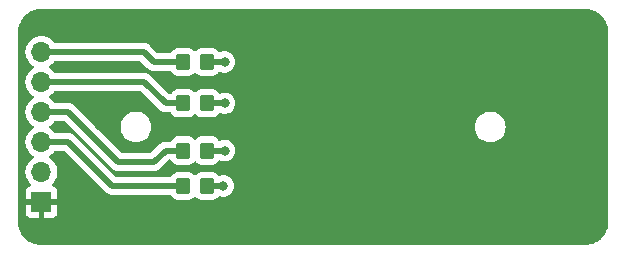
<source format=gbr>
%TF.GenerationSoftware,KiCad,Pcbnew,7.0.7*%
%TF.CreationDate,2023-09-05T11:40:51+02:00*%
%TF.ProjectId,tle5010-11_pcb,746c6535-3031-4302-9d31-315f7063622e,rev?*%
%TF.SameCoordinates,Original*%
%TF.FileFunction,Copper,L2,Bot*%
%TF.FilePolarity,Positive*%
%FSLAX46Y46*%
G04 Gerber Fmt 4.6, Leading zero omitted, Abs format (unit mm)*
G04 Created by KiCad (PCBNEW 7.0.7) date 2023-09-05 11:40:51*
%MOMM*%
%LPD*%
G01*
G04 APERTURE LIST*
G04 Aperture macros list*
%AMRoundRect*
0 Rectangle with rounded corners*
0 $1 Rounding radius*
0 $2 $3 $4 $5 $6 $7 $8 $9 X,Y pos of 4 corners*
0 Add a 4 corners polygon primitive as box body*
4,1,4,$2,$3,$4,$5,$6,$7,$8,$9,$2,$3,0*
0 Add four circle primitives for the rounded corners*
1,1,$1+$1,$2,$3*
1,1,$1+$1,$4,$5*
1,1,$1+$1,$6,$7*
1,1,$1+$1,$8,$9*
0 Add four rect primitives between the rounded corners*
20,1,$1+$1,$2,$3,$4,$5,0*
20,1,$1+$1,$4,$5,$6,$7,0*
20,1,$1+$1,$6,$7,$8,$9,0*
20,1,$1+$1,$8,$9,$2,$3,0*%
G04 Aperture macros list end*
%TA.AperFunction,SMDPad,CuDef*%
%ADD10RoundRect,0.250000X-0.350000X-0.450000X0.350000X-0.450000X0.350000X0.450000X-0.350000X0.450000X0*%
%TD*%
%TA.AperFunction,ComponentPad*%
%ADD11R,1.700000X1.700000*%
%TD*%
%TA.AperFunction,ComponentPad*%
%ADD12O,1.700000X1.700000*%
%TD*%
%TA.AperFunction,ViaPad*%
%ADD13C,0.800000*%
%TD*%
%TA.AperFunction,Conductor*%
%ADD14C,0.500000*%
%TD*%
G04 APERTURE END LIST*
D10*
%TO.P,R1,1*%
%TO.N,Net-(J1-Pin_3)*%
X44000000Y-35000000D03*
%TO.P,R1,2*%
%TO.N,DATA*%
X46000000Y-35000000D03*
%TD*%
D11*
%TO.P,J1,1,Pin_1*%
%TO.N,GND*%
X32000000Y-36350000D03*
D12*
%TO.P,J1,2,Pin_2*%
%TO.N,VDD*%
X32000000Y-33810000D03*
%TO.P,J1,3,Pin_3*%
%TO.N,Net-(J1-Pin_3)*%
X32000000Y-31270000D03*
%TO.P,J1,4,Pin_4*%
%TO.N,Net-(J1-Pin_4)*%
X32000000Y-28730000D03*
%TO.P,J1,5,Pin_5*%
%TO.N,Net-(J1-Pin_5)*%
X32000000Y-26190000D03*
%TO.P,J1,6,Pin_6*%
%TO.N,Net-(J1-Pin_6)*%
X32000000Y-23650000D03*
%TD*%
D10*
%TO.P,R3,1*%
%TO.N,Net-(J1-Pin_5)*%
X44000000Y-28000000D03*
%TO.P,R3,2*%
%TO.N,SCK*%
X46000000Y-28000000D03*
%TD*%
%TO.P,R4,1*%
%TO.N,Net-(J1-Pin_6)*%
X44000000Y-24500000D03*
%TO.P,R4,2*%
%TO.N,CLK*%
X46000000Y-24500000D03*
%TD*%
%TO.P,R2,1*%
%TO.N,Net-(J1-Pin_4)*%
X44000000Y-32000000D03*
%TO.P,R2,2*%
%TO.N,CS*%
X46000000Y-32000000D03*
%TD*%
D13*
%TO.N,DATA*%
X47400000Y-35000000D03*
%TO.N,CS*%
X47500000Y-32000000D03*
%TO.N,SCK*%
X47500000Y-28000000D03*
%TO.N,CLK*%
X47500000Y-24500000D03*
%TD*%
D14*
%TO.N,Net-(J1-Pin_3)*%
X38000000Y-35000000D02*
X34270000Y-31270000D01*
X44000000Y-35000000D02*
X38000000Y-35000000D01*
X34270000Y-31270000D02*
X32000000Y-31270000D01*
%TO.N,DATA*%
X46000000Y-35000000D02*
X47400000Y-35000000D01*
%TO.N,Net-(J1-Pin_4)*%
X38500000Y-33000000D02*
X34230000Y-28730000D01*
X41500000Y-33000000D02*
X38500000Y-33000000D01*
X34230000Y-28730000D02*
X32000000Y-28730000D01*
X44000000Y-32000000D02*
X42500000Y-32000000D01*
X42500000Y-32000000D02*
X41500000Y-33000000D01*
%TO.N,CS*%
X46000000Y-32000000D02*
X47500000Y-32000000D01*
%TO.N,Net-(J1-Pin_5)*%
X40690000Y-26190000D02*
X42500000Y-28000000D01*
X42500000Y-28000000D02*
X44000000Y-28000000D01*
X32000000Y-26190000D02*
X40690000Y-26190000D01*
%TO.N,SCK*%
X46000000Y-28000000D02*
X47500000Y-28000000D01*
%TO.N,Net-(J1-Pin_6)*%
X32000000Y-23650000D02*
X40650000Y-23650000D01*
X40650000Y-23650000D02*
X41500000Y-24500000D01*
X41500000Y-24500000D02*
X44000000Y-24500000D01*
%TO.N,CLK*%
X46000000Y-24500000D02*
X47500000Y-24500000D01*
%TD*%
%TA.AperFunction,Conductor*%
%TO.N,GND*%
G36*
X78002019Y-20000633D02*
G01*
X78037198Y-20002938D01*
X78083708Y-20005986D01*
X78265459Y-20018985D01*
X78273100Y-20020015D01*
X78366738Y-20038641D01*
X78389420Y-20043153D01*
X78415023Y-20048722D01*
X78533666Y-20074531D01*
X78540383Y-20076395D01*
X78659437Y-20116809D01*
X78756671Y-20153076D01*
X78791741Y-20166157D01*
X78797499Y-20168643D01*
X78912952Y-20225578D01*
X79034906Y-20292170D01*
X79039634Y-20295032D01*
X79096571Y-20333076D01*
X79146649Y-20366537D01*
X79149358Y-20368454D01*
X79258652Y-20450271D01*
X79262345Y-20453265D01*
X79359502Y-20538469D01*
X79362448Y-20541228D01*
X79458769Y-20637549D01*
X79461526Y-20640492D01*
X79546729Y-20737648D01*
X79549732Y-20741353D01*
X79601564Y-20810592D01*
X79631543Y-20850639D01*
X79633461Y-20853349D01*
X79704962Y-20960357D01*
X79707828Y-20965091D01*
X79774421Y-21087047D01*
X79831355Y-21202499D01*
X79833841Y-21208257D01*
X79870212Y-21305768D01*
X79883196Y-21340578D01*
X79888289Y-21355581D01*
X79923597Y-21459596D01*
X79925472Y-21466352D01*
X79956846Y-21610579D01*
X79979980Y-21726880D01*
X79981015Y-21734560D01*
X79994017Y-21916350D01*
X79999367Y-21997966D01*
X79999500Y-22002023D01*
X79999500Y-37997975D01*
X79999367Y-38002032D01*
X79994017Y-38083648D01*
X79981015Y-38265438D01*
X79979980Y-38273118D01*
X79956846Y-38389420D01*
X79925472Y-38533646D01*
X79923597Y-38540401D01*
X79889297Y-38641448D01*
X79883208Y-38659388D01*
X79883195Y-38659425D01*
X79833841Y-38791741D01*
X79831355Y-38797499D01*
X79774421Y-38912952D01*
X79707828Y-39034907D01*
X79704961Y-39039641D01*
X79633461Y-39146649D01*
X79631543Y-39149359D01*
X79549744Y-39258631D01*
X79546723Y-39262357D01*
X79461529Y-39359502D01*
X79458755Y-39362464D01*
X79362464Y-39458755D01*
X79359502Y-39461529D01*
X79262357Y-39546723D01*
X79258631Y-39549744D01*
X79149359Y-39631543D01*
X79146649Y-39633461D01*
X79039641Y-39704961D01*
X79034907Y-39707828D01*
X78912952Y-39774421D01*
X78797499Y-39831355D01*
X78791741Y-39833841D01*
X78670956Y-39878893D01*
X78659418Y-39883197D01*
X78540401Y-39923597D01*
X78533646Y-39925472D01*
X78389420Y-39956846D01*
X78273118Y-39979980D01*
X78265438Y-39981015D01*
X78083648Y-39994017D01*
X78032582Y-39997364D01*
X78002025Y-39999367D01*
X77997976Y-39999500D01*
X32002024Y-39999500D01*
X31997974Y-39999367D01*
X31959954Y-39996875D01*
X31916350Y-39994017D01*
X31734560Y-39981015D01*
X31726880Y-39979980D01*
X31610579Y-39956846D01*
X31466352Y-39925472D01*
X31459596Y-39923597D01*
X31427881Y-39912831D01*
X31340578Y-39883196D01*
X31305768Y-39870212D01*
X31208257Y-39833841D01*
X31202499Y-39831355D01*
X31087047Y-39774421D01*
X30965091Y-39707828D01*
X30960357Y-39704962D01*
X30853349Y-39633461D01*
X30850639Y-39631543D01*
X30810592Y-39601564D01*
X30741353Y-39549732D01*
X30737648Y-39546729D01*
X30640492Y-39461526D01*
X30637549Y-39458769D01*
X30541228Y-39362448D01*
X30538469Y-39359502D01*
X30505450Y-39321851D01*
X30453265Y-39262345D01*
X30450271Y-39258652D01*
X30368454Y-39149358D01*
X30366537Y-39146649D01*
X30295036Y-39039641D01*
X30292170Y-39034906D01*
X30225578Y-38912952D01*
X30168643Y-38797499D01*
X30166157Y-38791741D01*
X30153076Y-38756671D01*
X30116805Y-38659425D01*
X30076395Y-38540383D01*
X30074531Y-38533666D01*
X30043153Y-38389420D01*
X30038641Y-38366738D01*
X30020015Y-38273100D01*
X30018985Y-38265459D01*
X30005988Y-38083743D01*
X30000631Y-38002007D01*
X30000500Y-37997994D01*
X30000500Y-33810000D01*
X30644341Y-33810000D01*
X30664936Y-34045403D01*
X30664938Y-34045413D01*
X30726094Y-34273655D01*
X30726096Y-34273659D01*
X30726097Y-34273663D01*
X30751021Y-34327112D01*
X30825965Y-34487830D01*
X30825967Y-34487834D01*
X30926714Y-34631715D01*
X30961501Y-34681396D01*
X30961506Y-34681402D01*
X31083818Y-34803714D01*
X31117303Y-34865037D01*
X31112319Y-34934729D01*
X31070447Y-34990662D01*
X31039471Y-35007577D01*
X30907912Y-35056646D01*
X30907906Y-35056649D01*
X30792812Y-35142809D01*
X30792809Y-35142812D01*
X30706649Y-35257906D01*
X30706645Y-35257913D01*
X30656403Y-35392620D01*
X30656401Y-35392627D01*
X30650000Y-35452155D01*
X30650000Y-36100000D01*
X31386653Y-36100000D01*
X31453692Y-36119685D01*
X31499447Y-36172489D01*
X31509391Y-36241647D01*
X31505631Y-36258933D01*
X31500000Y-36278111D01*
X31500000Y-36421888D01*
X31505631Y-36441067D01*
X31505630Y-36510936D01*
X31467855Y-36569714D01*
X31404299Y-36598738D01*
X31386653Y-36600000D01*
X30650000Y-36600000D01*
X30650000Y-37247844D01*
X30656401Y-37307372D01*
X30656403Y-37307379D01*
X30706645Y-37442086D01*
X30706649Y-37442093D01*
X30792809Y-37557187D01*
X30792812Y-37557190D01*
X30907906Y-37643350D01*
X30907913Y-37643354D01*
X31042620Y-37693596D01*
X31042627Y-37693598D01*
X31102155Y-37699999D01*
X31102172Y-37700000D01*
X31750000Y-37700000D01*
X31750000Y-36962301D01*
X31769685Y-36895262D01*
X31822489Y-36849507D01*
X31891647Y-36839563D01*
X31964237Y-36850000D01*
X31964238Y-36850000D01*
X32035762Y-36850000D01*
X32035763Y-36850000D01*
X32108353Y-36839563D01*
X32177512Y-36849507D01*
X32230315Y-36895262D01*
X32250000Y-36962301D01*
X32250000Y-37700000D01*
X32897828Y-37700000D01*
X32897844Y-37699999D01*
X32957372Y-37693598D01*
X32957379Y-37693596D01*
X33092086Y-37643354D01*
X33092093Y-37643350D01*
X33207187Y-37557190D01*
X33207190Y-37557187D01*
X33293350Y-37442093D01*
X33293354Y-37442086D01*
X33343596Y-37307379D01*
X33343598Y-37307372D01*
X33349999Y-37247844D01*
X33350000Y-37247827D01*
X33350000Y-36600000D01*
X32613347Y-36600000D01*
X32546308Y-36580315D01*
X32500553Y-36527511D01*
X32490609Y-36458353D01*
X32494369Y-36441067D01*
X32500000Y-36421888D01*
X32500000Y-36278111D01*
X32494369Y-36258933D01*
X32494370Y-36189064D01*
X32532145Y-36130286D01*
X32595701Y-36101262D01*
X32613347Y-36100000D01*
X33350000Y-36100000D01*
X33350000Y-35452172D01*
X33349999Y-35452155D01*
X33343598Y-35392627D01*
X33343596Y-35392620D01*
X33293354Y-35257913D01*
X33293350Y-35257906D01*
X33207190Y-35142812D01*
X33207187Y-35142809D01*
X33092093Y-35056649D01*
X33092088Y-35056646D01*
X32960528Y-35007577D01*
X32904595Y-34965705D01*
X32880178Y-34900241D01*
X32895030Y-34831968D01*
X32916175Y-34803720D01*
X33038495Y-34681401D01*
X33174035Y-34487830D01*
X33273903Y-34273663D01*
X33335063Y-34045408D01*
X33355659Y-33810000D01*
X33354740Y-33799501D01*
X33347136Y-33712586D01*
X33335063Y-33574592D01*
X33273903Y-33346337D01*
X33174035Y-33132171D01*
X33111396Y-33042712D01*
X33038494Y-32938597D01*
X32871402Y-32771506D01*
X32871396Y-32771501D01*
X32685842Y-32641575D01*
X32642217Y-32586998D01*
X32635023Y-32517500D01*
X32666546Y-32455145D01*
X32685842Y-32438425D01*
X32708026Y-32422891D01*
X32871401Y-32308495D01*
X33038495Y-32141401D01*
X33086126Y-32073376D01*
X33140704Y-32029751D01*
X33187701Y-32020500D01*
X33907770Y-32020500D01*
X33974809Y-32040185D01*
X33995451Y-32056819D01*
X37424267Y-35485634D01*
X37436048Y-35499266D01*
X37450390Y-35518530D01*
X37490420Y-35552119D01*
X37494392Y-35555759D01*
X37500224Y-35561591D01*
X37500227Y-35561594D01*
X37525947Y-35581931D01*
X37584788Y-35631304D01*
X37590818Y-35635270D01*
X37590785Y-35635319D01*
X37597143Y-35639369D01*
X37597175Y-35639319D01*
X37603320Y-35643109D01*
X37603323Y-35643111D01*
X37672936Y-35675572D01*
X37741567Y-35710040D01*
X37741572Y-35710041D01*
X37748361Y-35712513D01*
X37748340Y-35712570D01*
X37755455Y-35715043D01*
X37755475Y-35714986D01*
X37762330Y-35717258D01*
X37837558Y-35732790D01*
X37912279Y-35750500D01*
X37912289Y-35750500D01*
X37919452Y-35751338D01*
X37919444Y-35751397D01*
X37926945Y-35752164D01*
X37926951Y-35752105D01*
X37934140Y-35752734D01*
X37934144Y-35752733D01*
X37934145Y-35752734D01*
X38010918Y-35750500D01*
X42884362Y-35750500D01*
X42951401Y-35770185D01*
X42989899Y-35809401D01*
X43057288Y-35918656D01*
X43181344Y-36042712D01*
X43330666Y-36134814D01*
X43497203Y-36189999D01*
X43599991Y-36200500D01*
X44400008Y-36200499D01*
X44400016Y-36200498D01*
X44400019Y-36200498D01*
X44456302Y-36194748D01*
X44502797Y-36189999D01*
X44669334Y-36134814D01*
X44818656Y-36042712D01*
X44912319Y-35949048D01*
X44973642Y-35915564D01*
X45043334Y-35920548D01*
X45087681Y-35949049D01*
X45181344Y-36042712D01*
X45330666Y-36134814D01*
X45497203Y-36189999D01*
X45599991Y-36200500D01*
X46400008Y-36200499D01*
X46400016Y-36200498D01*
X46400019Y-36200498D01*
X46456302Y-36194748D01*
X46502797Y-36189999D01*
X46669334Y-36134814D01*
X46818656Y-36042712D01*
X46942712Y-35918656D01*
X46951858Y-35903826D01*
X47003802Y-35857101D01*
X47072764Y-35845875D01*
X47107836Y-35855640D01*
X47120197Y-35861144D01*
X47305354Y-35900500D01*
X47305355Y-35900500D01*
X47494644Y-35900500D01*
X47494646Y-35900500D01*
X47679803Y-35861144D01*
X47852730Y-35784151D01*
X48005871Y-35672888D01*
X48132533Y-35532216D01*
X48227179Y-35368284D01*
X48285674Y-35188256D01*
X48305460Y-35000000D01*
X48285674Y-34811744D01*
X48227179Y-34631716D01*
X48132533Y-34467784D01*
X48005871Y-34327112D01*
X48005870Y-34327111D01*
X47852734Y-34215851D01*
X47852729Y-34215848D01*
X47679807Y-34138857D01*
X47679802Y-34138855D01*
X47534000Y-34107865D01*
X47494646Y-34099500D01*
X47305354Y-34099500D01*
X47265999Y-34107865D01*
X47120198Y-34138855D01*
X47120193Y-34138857D01*
X47107831Y-34144361D01*
X47038580Y-34153644D01*
X46975305Y-34124013D01*
X46951861Y-34096178D01*
X46942712Y-34081344D01*
X46818656Y-33957288D01*
X46669334Y-33865186D01*
X46502797Y-33810001D01*
X46502795Y-33810000D01*
X46400010Y-33799500D01*
X45599998Y-33799500D01*
X45599980Y-33799501D01*
X45497203Y-33810000D01*
X45497200Y-33810001D01*
X45330668Y-33865185D01*
X45330663Y-33865187D01*
X45181342Y-33957289D01*
X45087681Y-34050951D01*
X45026358Y-34084436D01*
X44956666Y-34079452D01*
X44912319Y-34050951D01*
X44818657Y-33957289D01*
X44818656Y-33957288D01*
X44669334Y-33865186D01*
X44502797Y-33810001D01*
X44502795Y-33810000D01*
X44400010Y-33799500D01*
X43599998Y-33799500D01*
X43599980Y-33799501D01*
X43497203Y-33810000D01*
X43497200Y-33810001D01*
X43330668Y-33865185D01*
X43330663Y-33865187D01*
X43181342Y-33957289D01*
X43057289Y-34081342D01*
X42989901Y-34190597D01*
X42937953Y-34237321D01*
X42884362Y-34249500D01*
X38362229Y-34249500D01*
X38295190Y-34229815D01*
X38274548Y-34213181D01*
X34845729Y-30784361D01*
X34833949Y-30770730D01*
X34826482Y-30760701D01*
X34819612Y-30751472D01*
X34819610Y-30751470D01*
X34779587Y-30717886D01*
X34775612Y-30714244D01*
X34772690Y-30711322D01*
X34769780Y-30708411D01*
X34744040Y-30688059D01*
X34685209Y-30638694D01*
X34679180Y-30634729D01*
X34679212Y-30634680D01*
X34672853Y-30630628D01*
X34672822Y-30630679D01*
X34666680Y-30626891D01*
X34666678Y-30626890D01*
X34666677Y-30626889D01*
X34627474Y-30608608D01*
X34597058Y-30594424D01*
X34562894Y-30577267D01*
X34528433Y-30559960D01*
X34528431Y-30559959D01*
X34528430Y-30559959D01*
X34521645Y-30557489D01*
X34521665Y-30557433D01*
X34514549Y-30554959D01*
X34514531Y-30555015D01*
X34507671Y-30552742D01*
X34479841Y-30546996D01*
X34432434Y-30537207D01*
X34383472Y-30525603D01*
X34357719Y-30519499D01*
X34350547Y-30518661D01*
X34350553Y-30518601D01*
X34343055Y-30517835D01*
X34343050Y-30517895D01*
X34335860Y-30517265D01*
X34259083Y-30519500D01*
X33187701Y-30519500D01*
X33120662Y-30499815D01*
X33086126Y-30466623D01*
X33038494Y-30398597D01*
X32871402Y-30231506D01*
X32871396Y-30231501D01*
X32685842Y-30101575D01*
X32642217Y-30046998D01*
X32635023Y-29977500D01*
X32666546Y-29915145D01*
X32685842Y-29898425D01*
X32864527Y-29773308D01*
X32871401Y-29768495D01*
X33038495Y-29601401D01*
X33086126Y-29533376D01*
X33140704Y-29489751D01*
X33187701Y-29480500D01*
X33867770Y-29480500D01*
X33934809Y-29500185D01*
X33955451Y-29516819D01*
X37924270Y-33485638D01*
X37936051Y-33499270D01*
X37950388Y-33518528D01*
X37990409Y-33552111D01*
X37994397Y-33555766D01*
X38000216Y-33561585D01*
X38000220Y-33561588D01*
X38000223Y-33561591D01*
X38025959Y-33581940D01*
X38084786Y-33631302D01*
X38084787Y-33631302D01*
X38084789Y-33631304D01*
X38090818Y-33635270D01*
X38090785Y-33635319D01*
X38097147Y-33639372D01*
X38097179Y-33639321D01*
X38103319Y-33643108D01*
X38103323Y-33643111D01*
X38138132Y-33659343D01*
X38172941Y-33675575D01*
X38191336Y-33684813D01*
X38241567Y-33710040D01*
X38241569Y-33710040D01*
X38248357Y-33712511D01*
X38248336Y-33712567D01*
X38255457Y-33715043D01*
X38255476Y-33714986D01*
X38262322Y-33717254D01*
X38262327Y-33717257D01*
X38262332Y-33717258D01*
X38262335Y-33717259D01*
X38337564Y-33732792D01*
X38337565Y-33732792D01*
X38412279Y-33750500D01*
X38412282Y-33750500D01*
X38412286Y-33750501D01*
X38419453Y-33751339D01*
X38419446Y-33751398D01*
X38426944Y-33752164D01*
X38426950Y-33752105D01*
X38434139Y-33752734D01*
X38434143Y-33752733D01*
X38434144Y-33752734D01*
X38510917Y-33750500D01*
X41436295Y-33750500D01*
X41454265Y-33751809D01*
X41478023Y-33755289D01*
X41530068Y-33750735D01*
X41535470Y-33750500D01*
X41543704Y-33750500D01*
X41543709Y-33750500D01*
X41555327Y-33749141D01*
X41576276Y-33746693D01*
X41589028Y-33745577D01*
X41652797Y-33739999D01*
X41652805Y-33739996D01*
X41659866Y-33738539D01*
X41659878Y-33738598D01*
X41667243Y-33736965D01*
X41667229Y-33736906D01*
X41674246Y-33735241D01*
X41674255Y-33735241D01*
X41746423Y-33708974D01*
X41819334Y-33684814D01*
X41819343Y-33684807D01*
X41825882Y-33681760D01*
X41825908Y-33681816D01*
X41832690Y-33678532D01*
X41832663Y-33678478D01*
X41839106Y-33675240D01*
X41839117Y-33675237D01*
X41903283Y-33633034D01*
X41968656Y-33592712D01*
X41968662Y-33592705D01*
X41974325Y-33588229D01*
X41974363Y-33588277D01*
X41980195Y-33583526D01*
X41980156Y-33583479D01*
X41985694Y-33578831D01*
X41985693Y-33578831D01*
X41985696Y-33578830D01*
X42038386Y-33522980D01*
X42774547Y-32786819D01*
X42835871Y-32753334D01*
X42862229Y-32750500D01*
X42884362Y-32750500D01*
X42951401Y-32770185D01*
X42989899Y-32809401D01*
X43057288Y-32918656D01*
X43181344Y-33042712D01*
X43330666Y-33134814D01*
X43497203Y-33189999D01*
X43599991Y-33200500D01*
X44400008Y-33200499D01*
X44400016Y-33200498D01*
X44400019Y-33200498D01*
X44456302Y-33194748D01*
X44502797Y-33189999D01*
X44669334Y-33134814D01*
X44818656Y-33042712D01*
X44912319Y-32949048D01*
X44973642Y-32915564D01*
X45043334Y-32920548D01*
X45087681Y-32949049D01*
X45181344Y-33042712D01*
X45330666Y-33134814D01*
X45497203Y-33189999D01*
X45599991Y-33200500D01*
X46400008Y-33200499D01*
X46400016Y-33200498D01*
X46400019Y-33200498D01*
X46456302Y-33194748D01*
X46502797Y-33189999D01*
X46669334Y-33134814D01*
X46818656Y-33042712D01*
X46942712Y-32918656D01*
X46973406Y-32868892D01*
X47025351Y-32822169D01*
X47094313Y-32810945D01*
X47129380Y-32820710D01*
X47220192Y-32861142D01*
X47220197Y-32861144D01*
X47405354Y-32900500D01*
X47405355Y-32900500D01*
X47594644Y-32900500D01*
X47594646Y-32900500D01*
X47779803Y-32861144D01*
X47952730Y-32784151D01*
X48105871Y-32672888D01*
X48232533Y-32532216D01*
X48327179Y-32368284D01*
X48385674Y-32188256D01*
X48405460Y-32000000D01*
X48385674Y-31811744D01*
X48327179Y-31631716D01*
X48232533Y-31467784D01*
X48105871Y-31327112D01*
X48105870Y-31327111D01*
X47952734Y-31215851D01*
X47952729Y-31215848D01*
X47779807Y-31138857D01*
X47779802Y-31138855D01*
X47634000Y-31107865D01*
X47594646Y-31099500D01*
X47405354Y-31099500D01*
X47372897Y-31106398D01*
X47220197Y-31138855D01*
X47220192Y-31138857D01*
X47129380Y-31179290D01*
X47060130Y-31188575D01*
X46996853Y-31158947D01*
X46973407Y-31131110D01*
X46942712Y-31081344D01*
X46818656Y-30957288D01*
X46669334Y-30865186D01*
X46502797Y-30810001D01*
X46502795Y-30810000D01*
X46400010Y-30799500D01*
X45599998Y-30799500D01*
X45599980Y-30799501D01*
X45497203Y-30810000D01*
X45497200Y-30810001D01*
X45330668Y-30865185D01*
X45330663Y-30865187D01*
X45181342Y-30957289D01*
X45087681Y-31050951D01*
X45026358Y-31084436D01*
X44956666Y-31079452D01*
X44912319Y-31050951D01*
X44818657Y-30957289D01*
X44818656Y-30957288D01*
X44669334Y-30865186D01*
X44502797Y-30810001D01*
X44502795Y-30810000D01*
X44400010Y-30799500D01*
X43599998Y-30799500D01*
X43599980Y-30799501D01*
X43497203Y-30810000D01*
X43497200Y-30810001D01*
X43330668Y-30865185D01*
X43330663Y-30865187D01*
X43181342Y-30957289D01*
X43057289Y-31081342D01*
X43057287Y-31081344D01*
X43057288Y-31081344D01*
X43009423Y-31158947D01*
X42989901Y-31190597D01*
X42937953Y-31237321D01*
X42884362Y-31249500D01*
X42563705Y-31249500D01*
X42545735Y-31248191D01*
X42521972Y-31244710D01*
X42476533Y-31248686D01*
X42469931Y-31249264D01*
X42464530Y-31249500D01*
X42456289Y-31249500D01*
X42434579Y-31252037D01*
X42423724Y-31253306D01*
X42408419Y-31254644D01*
X42347199Y-31260001D01*
X42340132Y-31261460D01*
X42340120Y-31261404D01*
X42332763Y-31263035D01*
X42332777Y-31263092D01*
X42325743Y-31264759D01*
X42253575Y-31291025D01*
X42180675Y-31315181D01*
X42174126Y-31318236D01*
X42174101Y-31318183D01*
X42167308Y-31321471D01*
X42167334Y-31321523D01*
X42160880Y-31324764D01*
X42096708Y-31366971D01*
X42031347Y-31407285D01*
X42025683Y-31411765D01*
X42025647Y-31411719D01*
X42019798Y-31416484D01*
X42019835Y-31416528D01*
X42014310Y-31421164D01*
X41961598Y-31477034D01*
X41225451Y-32213181D01*
X41164128Y-32246666D01*
X41137770Y-32249500D01*
X38862229Y-32249500D01*
X38795190Y-32229815D01*
X38774548Y-32213181D01*
X36792873Y-30231506D01*
X36561368Y-30000001D01*
X38694532Y-30000001D01*
X38714364Y-30226686D01*
X38714366Y-30226697D01*
X38773258Y-30446488D01*
X38773261Y-30446497D01*
X38869431Y-30652732D01*
X38869432Y-30652734D01*
X38999954Y-30839141D01*
X39160858Y-31000045D01*
X39160861Y-31000047D01*
X39347266Y-31130568D01*
X39553504Y-31226739D01*
X39773308Y-31285635D01*
X39943216Y-31300500D01*
X40056784Y-31300500D01*
X40226692Y-31285635D01*
X40446496Y-31226739D01*
X40652734Y-31130568D01*
X40839139Y-31000047D01*
X41000047Y-30839139D01*
X41130568Y-30652734D01*
X41226739Y-30446496D01*
X41285635Y-30226692D01*
X41305468Y-30000001D01*
X68694532Y-30000001D01*
X68714364Y-30226686D01*
X68714366Y-30226697D01*
X68773258Y-30446488D01*
X68773261Y-30446497D01*
X68869431Y-30652732D01*
X68869432Y-30652734D01*
X68999954Y-30839141D01*
X69160858Y-31000045D01*
X69160861Y-31000047D01*
X69347266Y-31130568D01*
X69553504Y-31226739D01*
X69773308Y-31285635D01*
X69943216Y-31300500D01*
X70056784Y-31300500D01*
X70226692Y-31285635D01*
X70446496Y-31226739D01*
X70652734Y-31130568D01*
X70839139Y-31000047D01*
X71000047Y-30839139D01*
X71130568Y-30652734D01*
X71226739Y-30446496D01*
X71285635Y-30226692D01*
X71305468Y-30000000D01*
X71285635Y-29773308D01*
X71226739Y-29553504D01*
X71130568Y-29347266D01*
X71000047Y-29160861D01*
X71000045Y-29160858D01*
X70839141Y-28999954D01*
X70652734Y-28869432D01*
X70652732Y-28869431D01*
X70446497Y-28773261D01*
X70446488Y-28773258D01*
X70226697Y-28714366D01*
X70226687Y-28714364D01*
X70056784Y-28699500D01*
X69943216Y-28699500D01*
X69773312Y-28714364D01*
X69773302Y-28714366D01*
X69553511Y-28773258D01*
X69553502Y-28773261D01*
X69347267Y-28869431D01*
X69347265Y-28869432D01*
X69160858Y-28999954D01*
X68999954Y-29160858D01*
X68869432Y-29347265D01*
X68869431Y-29347267D01*
X68773261Y-29553502D01*
X68773258Y-29553511D01*
X68714366Y-29773302D01*
X68714364Y-29773313D01*
X68694532Y-29999998D01*
X68694532Y-30000001D01*
X41305468Y-30000001D01*
X41305468Y-30000000D01*
X41285635Y-29773308D01*
X41226739Y-29553504D01*
X41130568Y-29347266D01*
X41000047Y-29160861D01*
X41000045Y-29160858D01*
X40839141Y-28999954D01*
X40652734Y-28869432D01*
X40652732Y-28869431D01*
X40446497Y-28773261D01*
X40446488Y-28773258D01*
X40226697Y-28714366D01*
X40226687Y-28714364D01*
X40056784Y-28699500D01*
X39943216Y-28699500D01*
X39773312Y-28714364D01*
X39773302Y-28714366D01*
X39553511Y-28773258D01*
X39553502Y-28773261D01*
X39347267Y-28869431D01*
X39347265Y-28869432D01*
X39160858Y-28999954D01*
X38999954Y-29160858D01*
X38869432Y-29347265D01*
X38869431Y-29347267D01*
X38773261Y-29553502D01*
X38773258Y-29553511D01*
X38714366Y-29773302D01*
X38714364Y-29773313D01*
X38694532Y-29999998D01*
X38694532Y-30000001D01*
X36561368Y-30000001D01*
X34805729Y-28244361D01*
X34793949Y-28230730D01*
X34786482Y-28220701D01*
X34779612Y-28211472D01*
X34751948Y-28188259D01*
X34739587Y-28177886D01*
X34735612Y-28174244D01*
X34732690Y-28171322D01*
X34729780Y-28168411D01*
X34704040Y-28148059D01*
X34645209Y-28098694D01*
X34639180Y-28094729D01*
X34639212Y-28094680D01*
X34632853Y-28090628D01*
X34632822Y-28090679D01*
X34626680Y-28086891D01*
X34626678Y-28086890D01*
X34626677Y-28086889D01*
X34587474Y-28068608D01*
X34557058Y-28054424D01*
X34522894Y-28037267D01*
X34488433Y-28019960D01*
X34488431Y-28019959D01*
X34488430Y-28019959D01*
X34481645Y-28017489D01*
X34481665Y-28017433D01*
X34474549Y-28014959D01*
X34474531Y-28015015D01*
X34467671Y-28012742D01*
X34439841Y-28006996D01*
X34392434Y-27997207D01*
X34343472Y-27985603D01*
X34317719Y-27979499D01*
X34310547Y-27978661D01*
X34310553Y-27978601D01*
X34303055Y-27977835D01*
X34303050Y-27977895D01*
X34295860Y-27977265D01*
X34219083Y-27979500D01*
X33187701Y-27979500D01*
X33120662Y-27959815D01*
X33086126Y-27926623D01*
X33038494Y-27858597D01*
X32871402Y-27691506D01*
X32871396Y-27691501D01*
X32685842Y-27561575D01*
X32642217Y-27506998D01*
X32635023Y-27437500D01*
X32666546Y-27375145D01*
X32685842Y-27358425D01*
X32730563Y-27327111D01*
X32871401Y-27228495D01*
X33038495Y-27061401D01*
X33086126Y-26993376D01*
X33140704Y-26949751D01*
X33187701Y-26940500D01*
X40327770Y-26940500D01*
X40394809Y-26960185D01*
X40415451Y-26976819D01*
X41924267Y-28485634D01*
X41936048Y-28499266D01*
X41950390Y-28518530D01*
X41990420Y-28552119D01*
X41994392Y-28555759D01*
X42000224Y-28561591D01*
X42000227Y-28561594D01*
X42025947Y-28581931D01*
X42084788Y-28631304D01*
X42090818Y-28635270D01*
X42090785Y-28635319D01*
X42097143Y-28639369D01*
X42097175Y-28639319D01*
X42103320Y-28643109D01*
X42103323Y-28643111D01*
X42172936Y-28675572D01*
X42241567Y-28710040D01*
X42241572Y-28710041D01*
X42248361Y-28712513D01*
X42248340Y-28712570D01*
X42255455Y-28715043D01*
X42255475Y-28714986D01*
X42262330Y-28717258D01*
X42324045Y-28730000D01*
X42337558Y-28732790D01*
X42412279Y-28750500D01*
X42412289Y-28750500D01*
X42419452Y-28751338D01*
X42419444Y-28751397D01*
X42426945Y-28752164D01*
X42426951Y-28752105D01*
X42434140Y-28752734D01*
X42434144Y-28752733D01*
X42434145Y-28752734D01*
X42510918Y-28750500D01*
X42884362Y-28750500D01*
X42951401Y-28770185D01*
X42989899Y-28809401D01*
X43057288Y-28918656D01*
X43181344Y-29042712D01*
X43330666Y-29134814D01*
X43497203Y-29189999D01*
X43599991Y-29200500D01*
X44400008Y-29200499D01*
X44400016Y-29200498D01*
X44400019Y-29200498D01*
X44466919Y-29193664D01*
X44502797Y-29189999D01*
X44669334Y-29134814D01*
X44818656Y-29042712D01*
X44912319Y-28949048D01*
X44973642Y-28915564D01*
X45043334Y-28920548D01*
X45087681Y-28949049D01*
X45181344Y-29042712D01*
X45330666Y-29134814D01*
X45497203Y-29189999D01*
X45599991Y-29200500D01*
X46400008Y-29200499D01*
X46400016Y-29200498D01*
X46400019Y-29200498D01*
X46466919Y-29193664D01*
X46502797Y-29189999D01*
X46669334Y-29134814D01*
X46818656Y-29042712D01*
X46942712Y-28918656D01*
X46973406Y-28868892D01*
X47025351Y-28822169D01*
X47094313Y-28810945D01*
X47129380Y-28820710D01*
X47220192Y-28861142D01*
X47220197Y-28861144D01*
X47405354Y-28900500D01*
X47405355Y-28900500D01*
X47594644Y-28900500D01*
X47594646Y-28900500D01*
X47779803Y-28861144D01*
X47952730Y-28784151D01*
X48105871Y-28672888D01*
X48232533Y-28532216D01*
X48327179Y-28368284D01*
X48385674Y-28188256D01*
X48405460Y-28000000D01*
X48385674Y-27811744D01*
X48327179Y-27631716D01*
X48232533Y-27467784D01*
X48105871Y-27327112D01*
X48105870Y-27327111D01*
X47952734Y-27215851D01*
X47952729Y-27215848D01*
X47779807Y-27138857D01*
X47779802Y-27138855D01*
X47634000Y-27107865D01*
X47594646Y-27099500D01*
X47405354Y-27099500D01*
X47372897Y-27106398D01*
X47220197Y-27138855D01*
X47220192Y-27138857D01*
X47129380Y-27179290D01*
X47060130Y-27188575D01*
X46996853Y-27158947D01*
X46973407Y-27131110D01*
X46942712Y-27081344D01*
X46818656Y-26957288D01*
X46669334Y-26865186D01*
X46502797Y-26810001D01*
X46502795Y-26810000D01*
X46400010Y-26799500D01*
X45599998Y-26799500D01*
X45599980Y-26799501D01*
X45497203Y-26810000D01*
X45497200Y-26810001D01*
X45330668Y-26865185D01*
X45330663Y-26865187D01*
X45181342Y-26957289D01*
X45087681Y-27050951D01*
X45026358Y-27084436D01*
X44956666Y-27079452D01*
X44912319Y-27050951D01*
X44818657Y-26957289D01*
X44818656Y-26957288D01*
X44669334Y-26865186D01*
X44502797Y-26810001D01*
X44502795Y-26810000D01*
X44400010Y-26799500D01*
X43599998Y-26799500D01*
X43599980Y-26799501D01*
X43497203Y-26810000D01*
X43497200Y-26810001D01*
X43330668Y-26865185D01*
X43330663Y-26865187D01*
X43181342Y-26957289D01*
X43057289Y-27081342D01*
X43057287Y-27081344D01*
X43057288Y-27081344D01*
X43009423Y-27158947D01*
X42989901Y-27190597D01*
X42937953Y-27237321D01*
X42884362Y-27249500D01*
X42862229Y-27249500D01*
X42795190Y-27229815D01*
X42774548Y-27213181D01*
X41265729Y-25704361D01*
X41253949Y-25690730D01*
X41246482Y-25680701D01*
X41239612Y-25671472D01*
X41239610Y-25671470D01*
X41199587Y-25637886D01*
X41195612Y-25634244D01*
X41192690Y-25631322D01*
X41189780Y-25628411D01*
X41164040Y-25608059D01*
X41105209Y-25558694D01*
X41099180Y-25554729D01*
X41099212Y-25554680D01*
X41092853Y-25550628D01*
X41092822Y-25550679D01*
X41086680Y-25546891D01*
X41086678Y-25546890D01*
X41086677Y-25546889D01*
X41047474Y-25528608D01*
X41017058Y-25514424D01*
X40982894Y-25497267D01*
X40948433Y-25479960D01*
X40948431Y-25479959D01*
X40948430Y-25479959D01*
X40941645Y-25477489D01*
X40941665Y-25477433D01*
X40934549Y-25474959D01*
X40934531Y-25475015D01*
X40927671Y-25472742D01*
X40899841Y-25466996D01*
X40852434Y-25457207D01*
X40803472Y-25445603D01*
X40777719Y-25439499D01*
X40770547Y-25438661D01*
X40770553Y-25438601D01*
X40763055Y-25437835D01*
X40763050Y-25437895D01*
X40755860Y-25437265D01*
X40679083Y-25439500D01*
X33187701Y-25439500D01*
X33120662Y-25419815D01*
X33086126Y-25386623D01*
X33038494Y-25318597D01*
X32871402Y-25151506D01*
X32871396Y-25151501D01*
X32685842Y-25021575D01*
X32642217Y-24966998D01*
X32635023Y-24897500D01*
X32666546Y-24835145D01*
X32685842Y-24818425D01*
X32708026Y-24802891D01*
X32871401Y-24688495D01*
X33038495Y-24521401D01*
X33086126Y-24453376D01*
X33140704Y-24409751D01*
X33187701Y-24400500D01*
X40287770Y-24400500D01*
X40354809Y-24420185D01*
X40375451Y-24436819D01*
X40924269Y-24985637D01*
X40936049Y-24999268D01*
X40950389Y-25018530D01*
X40950391Y-25018532D01*
X40990409Y-25052110D01*
X40994399Y-25055766D01*
X41000227Y-25061594D01*
X41025947Y-25081931D01*
X41084788Y-25131304D01*
X41090818Y-25135270D01*
X41090785Y-25135319D01*
X41097143Y-25139369D01*
X41097175Y-25139319D01*
X41103320Y-25143109D01*
X41103323Y-25143111D01*
X41172936Y-25175572D01*
X41241567Y-25210040D01*
X41241572Y-25210041D01*
X41248361Y-25212513D01*
X41248340Y-25212570D01*
X41255455Y-25215043D01*
X41255475Y-25214986D01*
X41262330Y-25217258D01*
X41337558Y-25232790D01*
X41412279Y-25250500D01*
X41412289Y-25250500D01*
X41419452Y-25251338D01*
X41419444Y-25251397D01*
X41426945Y-25252164D01*
X41426951Y-25252105D01*
X41434140Y-25252734D01*
X41434144Y-25252733D01*
X41434145Y-25252734D01*
X41510918Y-25250500D01*
X42884362Y-25250500D01*
X42951401Y-25270185D01*
X42989899Y-25309401D01*
X43057288Y-25418656D01*
X43181344Y-25542712D01*
X43330666Y-25634814D01*
X43497203Y-25689999D01*
X43599991Y-25700500D01*
X44400008Y-25700499D01*
X44400016Y-25700498D01*
X44400019Y-25700498D01*
X44456302Y-25694748D01*
X44502797Y-25689999D01*
X44669334Y-25634814D01*
X44818656Y-25542712D01*
X44912322Y-25449045D01*
X44973641Y-25415563D01*
X45043333Y-25420547D01*
X45087676Y-25449044D01*
X45181344Y-25542712D01*
X45330666Y-25634814D01*
X45497203Y-25689999D01*
X45599991Y-25700500D01*
X46400008Y-25700499D01*
X46400016Y-25700498D01*
X46400019Y-25700498D01*
X46456302Y-25694748D01*
X46502797Y-25689999D01*
X46669334Y-25634814D01*
X46818656Y-25542712D01*
X46942712Y-25418656D01*
X46973406Y-25368892D01*
X47025351Y-25322169D01*
X47094313Y-25310945D01*
X47129380Y-25320710D01*
X47220192Y-25361142D01*
X47220197Y-25361144D01*
X47405354Y-25400500D01*
X47405355Y-25400500D01*
X47594644Y-25400500D01*
X47594646Y-25400500D01*
X47779803Y-25361144D01*
X47952730Y-25284151D01*
X48105871Y-25172888D01*
X48232533Y-25032216D01*
X48327179Y-24868284D01*
X48385674Y-24688256D01*
X48405460Y-24500000D01*
X48385674Y-24311744D01*
X48327179Y-24131716D01*
X48232533Y-23967784D01*
X48105871Y-23827112D01*
X48105870Y-23827111D01*
X47952734Y-23715851D01*
X47952729Y-23715848D01*
X47779807Y-23638857D01*
X47779802Y-23638855D01*
X47634000Y-23607865D01*
X47594646Y-23599500D01*
X47405354Y-23599500D01*
X47372897Y-23606398D01*
X47220197Y-23638855D01*
X47220192Y-23638857D01*
X47129380Y-23679290D01*
X47060130Y-23688575D01*
X46996853Y-23658947D01*
X46973407Y-23631110D01*
X46942712Y-23581344D01*
X46818656Y-23457288D01*
X46669334Y-23365186D01*
X46502797Y-23310001D01*
X46502795Y-23310000D01*
X46400010Y-23299500D01*
X45599998Y-23299500D01*
X45599980Y-23299501D01*
X45497203Y-23310000D01*
X45497200Y-23310001D01*
X45330668Y-23365185D01*
X45330663Y-23365187D01*
X45181342Y-23457289D01*
X45087681Y-23550951D01*
X45026358Y-23584436D01*
X44956666Y-23579452D01*
X44912319Y-23550951D01*
X44818657Y-23457289D01*
X44818656Y-23457288D01*
X44669334Y-23365186D01*
X44502797Y-23310001D01*
X44502795Y-23310000D01*
X44400010Y-23299500D01*
X43599998Y-23299500D01*
X43599980Y-23299501D01*
X43497203Y-23310000D01*
X43497200Y-23310001D01*
X43330668Y-23365185D01*
X43330663Y-23365187D01*
X43181342Y-23457289D01*
X43057289Y-23581342D01*
X43057287Y-23581344D01*
X43057288Y-23581344D01*
X43009423Y-23658947D01*
X42989901Y-23690597D01*
X42937953Y-23737321D01*
X42884362Y-23749500D01*
X41862229Y-23749500D01*
X41795190Y-23729815D01*
X41774548Y-23713181D01*
X41225729Y-23164361D01*
X41213949Y-23150730D01*
X41206482Y-23140701D01*
X41199612Y-23131472D01*
X41199610Y-23131470D01*
X41159587Y-23097886D01*
X41155612Y-23094244D01*
X41152690Y-23091322D01*
X41149780Y-23088411D01*
X41124040Y-23068059D01*
X41065209Y-23018694D01*
X41059180Y-23014729D01*
X41059212Y-23014680D01*
X41052853Y-23010628D01*
X41052822Y-23010679D01*
X41046680Y-23006891D01*
X41046678Y-23006890D01*
X41046677Y-23006889D01*
X41007474Y-22988608D01*
X40977058Y-22974424D01*
X40942894Y-22957267D01*
X40908433Y-22939960D01*
X40908431Y-22939959D01*
X40908430Y-22939959D01*
X40901645Y-22937489D01*
X40901665Y-22937433D01*
X40894549Y-22934959D01*
X40894531Y-22935015D01*
X40887671Y-22932742D01*
X40859841Y-22926996D01*
X40812434Y-22917207D01*
X40763472Y-22905603D01*
X40737719Y-22899499D01*
X40730547Y-22898661D01*
X40730553Y-22898601D01*
X40723055Y-22897835D01*
X40723050Y-22897895D01*
X40715860Y-22897265D01*
X40639083Y-22899500D01*
X33187701Y-22899500D01*
X33120662Y-22879815D01*
X33086126Y-22846623D01*
X33038494Y-22778597D01*
X32871402Y-22611506D01*
X32871395Y-22611501D01*
X32677834Y-22475967D01*
X32677830Y-22475965D01*
X32677829Y-22475964D01*
X32463663Y-22376097D01*
X32463659Y-22376096D01*
X32463655Y-22376094D01*
X32235413Y-22314938D01*
X32235403Y-22314936D01*
X32000001Y-22294341D01*
X31999999Y-22294341D01*
X31764596Y-22314936D01*
X31764586Y-22314938D01*
X31536344Y-22376094D01*
X31536335Y-22376098D01*
X31322171Y-22475964D01*
X31322169Y-22475965D01*
X31128597Y-22611505D01*
X30961505Y-22778597D01*
X30825965Y-22972169D01*
X30825964Y-22972171D01*
X30726098Y-23186335D01*
X30726094Y-23186344D01*
X30664938Y-23414586D01*
X30664936Y-23414596D01*
X30644341Y-23649999D01*
X30644341Y-23650000D01*
X30664936Y-23885403D01*
X30664938Y-23885413D01*
X30726094Y-24113655D01*
X30726096Y-24113659D01*
X30726097Y-24113663D01*
X30818462Y-24311740D01*
X30825965Y-24327830D01*
X30825967Y-24327834D01*
X30961501Y-24521395D01*
X30961506Y-24521402D01*
X31128597Y-24688493D01*
X31128603Y-24688498D01*
X31314158Y-24818425D01*
X31357783Y-24873002D01*
X31364977Y-24942500D01*
X31333454Y-25004855D01*
X31314158Y-25021575D01*
X31128597Y-25151505D01*
X30961505Y-25318597D01*
X30825965Y-25512169D01*
X30825964Y-25512171D01*
X30726098Y-25726335D01*
X30726094Y-25726344D01*
X30664938Y-25954586D01*
X30664936Y-25954596D01*
X30644341Y-26189999D01*
X30644341Y-26190000D01*
X30664936Y-26425403D01*
X30664938Y-26425413D01*
X30726094Y-26653655D01*
X30726096Y-26653659D01*
X30726097Y-26653663D01*
X30794102Y-26799500D01*
X30825965Y-26867830D01*
X30825967Y-26867834D01*
X30961501Y-27061395D01*
X30961506Y-27061402D01*
X31128597Y-27228493D01*
X31128603Y-27228498D01*
X31314158Y-27358425D01*
X31357783Y-27413002D01*
X31364977Y-27482500D01*
X31333454Y-27544855D01*
X31314158Y-27561575D01*
X31128597Y-27691505D01*
X30961505Y-27858597D01*
X30825965Y-28052169D01*
X30825964Y-28052171D01*
X30726098Y-28266335D01*
X30726094Y-28266344D01*
X30664938Y-28494586D01*
X30664936Y-28494596D01*
X30644341Y-28729999D01*
X30644341Y-28730000D01*
X30664936Y-28965403D01*
X30664938Y-28965413D01*
X30726094Y-29193655D01*
X30726096Y-29193659D01*
X30726097Y-29193663D01*
X30797724Y-29347267D01*
X30825965Y-29407830D01*
X30825967Y-29407834D01*
X30961501Y-29601395D01*
X30961506Y-29601402D01*
X31128597Y-29768493D01*
X31128603Y-29768498D01*
X31314158Y-29898425D01*
X31357783Y-29953002D01*
X31364977Y-30022500D01*
X31333454Y-30084855D01*
X31314158Y-30101575D01*
X31128597Y-30231505D01*
X30961505Y-30398597D01*
X30825965Y-30592169D01*
X30825964Y-30592171D01*
X30726098Y-30806335D01*
X30726094Y-30806344D01*
X30664938Y-31034586D01*
X30664936Y-31034596D01*
X30644341Y-31269999D01*
X30644341Y-31270000D01*
X30664936Y-31505403D01*
X30664938Y-31505413D01*
X30726094Y-31733655D01*
X30726096Y-31733659D01*
X30726097Y-31733663D01*
X30762505Y-31811740D01*
X30825965Y-31947830D01*
X30825967Y-31947834D01*
X30961501Y-32141395D01*
X30961506Y-32141402D01*
X31128597Y-32308493D01*
X31128603Y-32308498D01*
X31314158Y-32438425D01*
X31357783Y-32493002D01*
X31364977Y-32562500D01*
X31333454Y-32624855D01*
X31314158Y-32641575D01*
X31128597Y-32771505D01*
X30961505Y-32938597D01*
X30825965Y-33132169D01*
X30825964Y-33132171D01*
X30726098Y-33346335D01*
X30726094Y-33346344D01*
X30664938Y-33574586D01*
X30664936Y-33574596D01*
X30644341Y-33809999D01*
X30644341Y-33810000D01*
X30000500Y-33810000D01*
X30000500Y-22002004D01*
X30000632Y-21997979D01*
X30000633Y-21997966D01*
X30005991Y-21916208D01*
X30018986Y-21734536D01*
X30020014Y-21726903D01*
X30043153Y-21610579D01*
X30044118Y-21606141D01*
X30074533Y-21466323D01*
X30076392Y-21459625D01*
X30116815Y-21340543D01*
X30166159Y-21208251D01*
X30168633Y-21202520D01*
X30225583Y-21087036D01*
X30292179Y-20965076D01*
X30295019Y-20960384D01*
X30366563Y-20853311D01*
X30368428Y-20850676D01*
X30450291Y-20741321D01*
X30453244Y-20737678D01*
X30538503Y-20640459D01*
X30541198Y-20637581D01*
X30637581Y-20541198D01*
X30640459Y-20538503D01*
X30737678Y-20453244D01*
X30741321Y-20450291D01*
X30850676Y-20368428D01*
X30853311Y-20366563D01*
X30960384Y-20295019D01*
X30965076Y-20292179D01*
X31087036Y-20225583D01*
X31202520Y-20168633D01*
X31208251Y-20166159D01*
X31340543Y-20116815D01*
X31459625Y-20076392D01*
X31466323Y-20074533D01*
X31610548Y-20043158D01*
X31726903Y-20020014D01*
X31734536Y-20018986D01*
X31916244Y-20005989D01*
X31969211Y-20002517D01*
X31997981Y-20000633D01*
X32002036Y-20000500D01*
X77997964Y-20000500D01*
X78002019Y-20000633D01*
G37*
%TD.AperFunction*%
%TD*%
M02*

</source>
